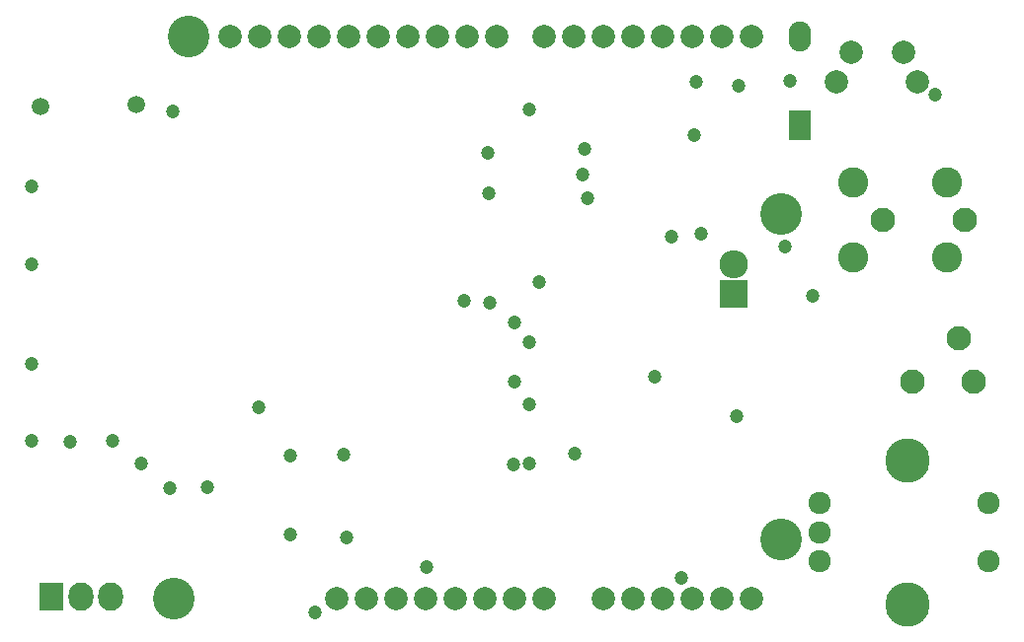
<source format=gbs>
G04 #@! TF.FileFunction,Soldermask,Bot*
%FSLAX46Y46*%
G04 Gerber Fmt 4.6, Leading zero omitted, Abs format (unit mm)*
G04 Created by KiCad (PCBNEW 4.0.2+dfsg1-stable) date Mi 18 Jul 2018 07:31:42 CEST*
%MOMM*%
G01*
G04 APERTURE LIST*
%ADD10C,0.100000*%
%ADD11C,3.575000*%
%ADD12C,2.000000*%
%ADD13C,3.800000*%
%ADD14C,1.924000*%
%ADD15C,2.100000*%
%ADD16C,2.600000*%
%ADD17R,2.127200X2.432000*%
%ADD18O,2.127200X2.432000*%
%ADD19R,2.432000X2.432000*%
%ADD20O,2.432000X2.432000*%
%ADD21R,1.898600X2.597100*%
%ADD22O,1.898600X2.597100*%
%ADD23C,1.200000*%
%ADD24C,1.500000*%
G04 APERTURE END LIST*
D10*
D11*
X120740000Y-94440000D03*
X120740000Y-122380000D03*
X69940000Y-79200000D03*
X68670000Y-127460000D03*
D12*
X105500000Y-127460000D03*
X108040000Y-127460000D03*
X110580000Y-127460000D03*
X113120000Y-127460000D03*
X115660000Y-127460000D03*
X118200000Y-127460000D03*
X82640000Y-127460000D03*
X85180000Y-127460000D03*
X87720000Y-127460000D03*
X90260000Y-127460000D03*
X92800000Y-127460000D03*
X95340000Y-127460000D03*
X97880000Y-127460000D03*
X100420000Y-127460000D03*
X100420000Y-79200000D03*
X102960000Y-79200000D03*
X105500000Y-79200000D03*
X108040000Y-79200000D03*
X110580000Y-79200000D03*
X113120000Y-79200000D03*
X115660000Y-79200000D03*
X73496000Y-79200000D03*
X76036000Y-79200000D03*
X78576000Y-79200000D03*
X81116000Y-79200000D03*
X83656000Y-79200000D03*
X86196000Y-79200000D03*
X88736000Y-79200000D03*
X91276000Y-79200000D03*
X93816000Y-79200000D03*
X96356000Y-79200000D03*
X118200000Y-79200000D03*
D13*
X131600000Y-128000000D03*
X131600000Y-115600000D03*
D14*
X138600000Y-119300000D03*
X124100000Y-124300000D03*
X138600000Y-124300000D03*
X124100000Y-121800000D03*
X124100000Y-119300000D03*
D15*
X129500000Y-95000000D03*
X136500000Y-95000000D03*
D16*
X127000000Y-98200000D03*
X127000000Y-91800000D03*
X135000000Y-91800000D03*
X135000000Y-98200000D03*
D15*
X132000000Y-108850000D03*
X136000000Y-105150000D03*
X137300000Y-108850000D03*
D12*
X125500000Y-83100000D03*
X132500000Y-83100000D03*
X131250000Y-80600000D03*
X126750000Y-80600000D03*
D17*
X58200000Y-127300000D03*
D18*
X60740000Y-127300000D03*
X63280000Y-127300000D03*
D19*
X116700000Y-101300000D03*
D20*
X116700000Y-98760000D03*
D21*
X122400000Y-86810000D03*
D22*
X122400000Y-79190000D03*
D23*
X113950000Y-96150000D03*
X121100000Y-97300000D03*
X103900000Y-88900000D03*
X100000000Y-100300000D03*
X112200000Y-125700000D03*
X68600000Y-85700000D03*
X59800000Y-114000000D03*
X78700000Y-115200000D03*
X76000000Y-111100000D03*
X68400000Y-118000000D03*
X63500000Y-113900000D03*
X56500000Y-113900000D03*
X65900000Y-115900000D03*
X71600000Y-117900000D03*
X56500000Y-107300000D03*
X56500000Y-98800000D03*
X56500000Y-92100000D03*
X97800000Y-116000000D03*
X97900000Y-103800000D03*
X97900000Y-108900000D03*
X104200000Y-93100000D03*
X95600000Y-89200000D03*
X83500000Y-122200000D03*
X78700000Y-122000000D03*
X83300000Y-115100000D03*
X90400000Y-124800000D03*
D24*
X57300000Y-85200000D03*
X65500000Y-85100000D03*
D23*
X123500000Y-101500000D03*
X95700000Y-92700000D03*
X95800000Y-102100000D03*
X109900000Y-108450000D03*
X111400000Y-96400000D03*
X80800000Y-128700000D03*
X103100000Y-115000000D03*
X113500000Y-83100000D03*
X99200000Y-115900000D03*
X99200000Y-110800000D03*
X99200000Y-105500000D03*
X134000000Y-84200000D03*
X93600000Y-101900000D03*
X121500000Y-83000000D03*
X117100000Y-83500000D03*
X99200000Y-85500000D03*
X117000000Y-111800000D03*
X113300000Y-87700000D03*
X103800000Y-91100000D03*
M02*

</source>
